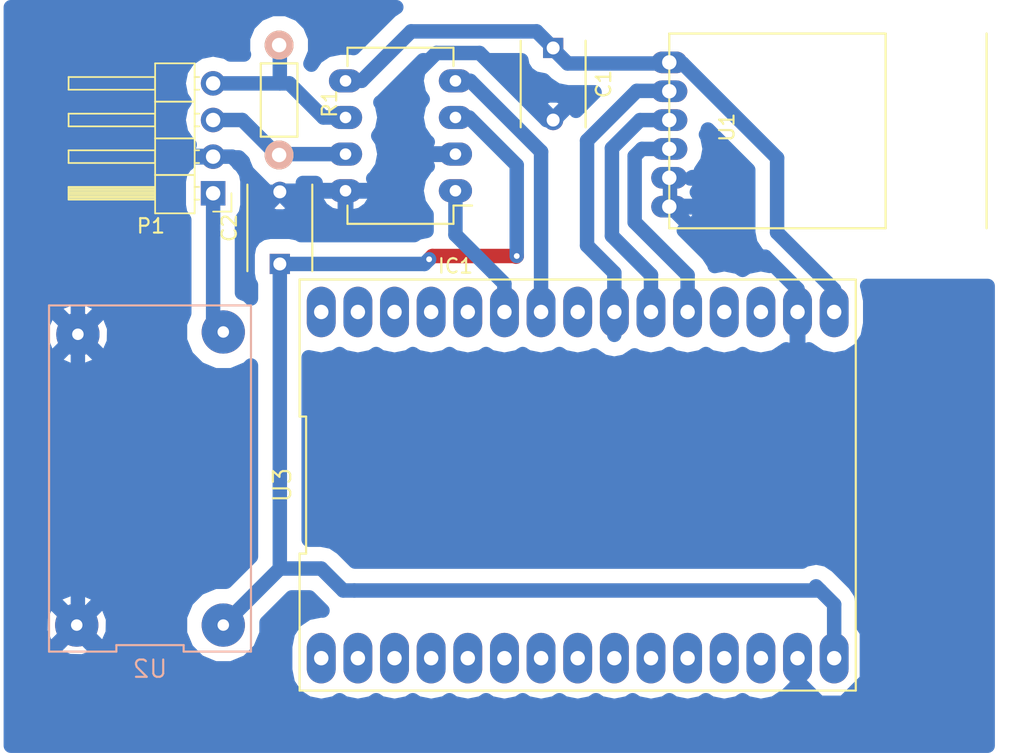
<source format=kicad_pcb>
(kicad_pcb (version 4) (host pcbnew 4.0.6)

  (general
    (links 26)
    (no_connects 0)
    (area 0 0 0 0)
    (thickness 1.6)
    (drawings 0)
    (tracks 116)
    (zones 0)
    (modules 8)
    (nets 12)
  )

  (page A4)
  (layers
    (0 F.Cu signal)
    (31 B.Cu signal)
    (32 B.Adhes user)
    (33 F.Adhes user)
    (34 B.Paste user)
    (35 F.Paste user)
    (36 B.SilkS user)
    (37 F.SilkS user)
    (38 B.Mask user)
    (39 F.Mask user)
    (40 Dwgs.User user)
    (41 Cmts.User user)
    (42 Eco1.User user)
    (43 Eco2.User user)
    (44 Edge.Cuts user)
    (45 Margin user)
    (46 B.CrtYd user)
    (47 F.CrtYd user)
    (48 B.Fab user)
    (49 F.Fab user)
  )

  (setup
    (last_trace_width 1)
    (trace_clearance 0.2)
    (zone_clearance 1)
    (zone_45_only yes)
    (trace_min 0.2)
    (segment_width 0.2)
    (edge_width 0.15)
    (via_size 0.6)
    (via_drill 0.4)
    (via_min_size 0.4)
    (via_min_drill 0.3)
    (uvia_size 0.3)
    (uvia_drill 0.1)
    (uvias_allowed no)
    (uvia_min_size 0.2)
    (uvia_min_drill 0.1)
    (pcb_text_width 0.3)
    (pcb_text_size 1.5 1.5)
    (mod_edge_width 0.15)
    (mod_text_size 1 1)
    (mod_text_width 0.15)
    (pad_size 1.524 1.524)
    (pad_drill 0.762)
    (pad_to_mask_clearance 0.2)
    (aux_axis_origin 106.075 125.775)
    (visible_elements FFFFFF7F)
    (pcbplotparams
      (layerselection 0x00030_80000001)
      (usegerberextensions false)
      (excludeedgelayer true)
      (linewidth 0.100000)
      (plotframeref false)
      (viasonmask false)
      (mode 1)
      (useauxorigin false)
      (hpglpennumber 1)
      (hpglpenspeed 20)
      (hpglpendiameter 15)
      (hpglpenoverlay 2)
      (psnegative false)
      (psa4output false)
      (plotreference true)
      (plotvalue true)
      (plotinvisibletext false)
      (padsonsilk false)
      (subtractmaskfromsilk false)
      (outputformat 1)
      (mirror false)
      (drillshape 0)
      (scaleselection 1)
      (outputdirectory ""))
  )

  (net 0 "")
  (net 1 3v3)
  (net 2 GND)
  (net 3 5v)
  (net 4 CANTX)
  (net 5 CANRX)
  (net 6 RF_TX)
  (net 7 RF_RX)
  (net 8 RF_EN)
  (net 9 CANL)
  (net 10 CANH)
  (net 11 12v)

  (net_class Default "This is the default net class."
    (clearance 0.2)
    (trace_width 1)
    (via_dia 0.6)
    (via_drill 0.4)
    (uvia_dia 0.3)
    (uvia_drill 0.1)
    (add_net 12v)
    (add_net 3v3)
    (add_net 5v)
    (add_net CANH)
    (add_net CANL)
    (add_net CANRX)
    (add_net CANTX)
    (add_net GND)
    (add_net RF_EN)
    (add_net RF_RX)
    (add_net RF_TX)
  )

  (module Capacitors_ThroughHole:C_Disc_D6_P5 (layer F.Cu) (tedit 0) (tstamp 5FEC5CC6)
    (at 146.8 74.7 270)
    (descr "Capacitor 6mm Disc, Pitch 5mm")
    (tags Capacitor)
    (path /5FEC5E42)
    (fp_text reference C1 (at 2.5 -3.5 270) (layer F.SilkS)
      (effects (font (size 1 1) (thickness 0.15)))
    )
    (fp_text value 100nF (at 2.5 3.5 270) (layer F.Fab)
      (effects (font (size 1 1) (thickness 0.15)))
    )
    (fp_line (start -0.95 -2.5) (end 5.95 -2.5) (layer F.CrtYd) (width 0.05))
    (fp_line (start 5.95 -2.5) (end 5.95 2.5) (layer F.CrtYd) (width 0.05))
    (fp_line (start 5.95 2.5) (end -0.95 2.5) (layer F.CrtYd) (width 0.05))
    (fp_line (start -0.95 2.5) (end -0.95 -2.5) (layer F.CrtYd) (width 0.05))
    (fp_line (start -0.5 -2.25) (end 5.5 -2.25) (layer F.SilkS) (width 0.15))
    (fp_line (start 5.5 2.25) (end -0.5 2.25) (layer F.SilkS) (width 0.15))
    (pad 1 thru_hole rect (at 0 0 270) (size 1.4 1.4) (drill 0.9) (layers *.Cu *.Mask)
      (net 1 3v3))
    (pad 2 thru_hole circle (at 5 0 270) (size 1.4 1.4) (drill 0.9) (layers *.Cu *.Mask)
      (net 2 GND))
    (model Capacitors_ThroughHole.3dshapes/C_Disc_D6_P5.wrl
      (at (xyz 0.0984252 0 0))
      (scale (xyz 1 1 1))
      (rotate (xyz 0 0 0))
    )
  )

  (module Capacitors_ThroughHole:C_Disc_D6_P5 (layer F.Cu) (tedit 0) (tstamp 5FEC5CCC)
    (at 127.85 89.675 90)
    (descr "Capacitor 6mm Disc, Pitch 5mm")
    (tags Capacitor)
    (path /5FEC5F95)
    (fp_text reference C2 (at 2.5 -3.5 90) (layer F.SilkS)
      (effects (font (size 1 1) (thickness 0.15)))
    )
    (fp_text value 100nF (at 2.5 3.5 90) (layer F.Fab)
      (effects (font (size 1 1) (thickness 0.15)))
    )
    (fp_line (start -0.95 -2.5) (end 5.95 -2.5) (layer F.CrtYd) (width 0.05))
    (fp_line (start 5.95 -2.5) (end 5.95 2.5) (layer F.CrtYd) (width 0.05))
    (fp_line (start 5.95 2.5) (end -0.95 2.5) (layer F.CrtYd) (width 0.05))
    (fp_line (start -0.95 2.5) (end -0.95 -2.5) (layer F.CrtYd) (width 0.05))
    (fp_line (start -0.5 -2.25) (end 5.5 -2.25) (layer F.SilkS) (width 0.15))
    (fp_line (start 5.5 2.25) (end -0.5 2.25) (layer F.SilkS) (width 0.15))
    (pad 1 thru_hole rect (at 0 0 90) (size 1.4 1.4) (drill 0.9) (layers *.Cu *.Mask)
      (net 3 5v))
    (pad 2 thru_hole circle (at 5 0 90) (size 1.4 1.4) (drill 0.9) (layers *.Cu *.Mask)
      (net 2 GND))
    (model Capacitors_ThroughHole.3dshapes/C_Disc_D6_P5.wrl
      (at (xyz 0.0984252 0 0))
      (scale (xyz 1 1 1))
      (rotate (xyz 0 0 0))
    )
  )

  (module Housings_DIP:DIP-8_W7.62mm_LongPads (layer F.Cu) (tedit 54130A77) (tstamp 5FEC5CD8)
    (at 140.025 84.6 180)
    (descr "8-lead dip package, row spacing 7.62 mm (300 mils), longer pads")
    (tags "dil dip 2.54 300")
    (path /5FEC5253)
    (fp_text reference IC1 (at 0 -5.22 180) (layer F.SilkS)
      (effects (font (size 1 1) (thickness 0.15)))
    )
    (fp_text value MCP2562FD (at 0 -3.72 180) (layer F.Fab)
      (effects (font (size 1 1) (thickness 0.15)))
    )
    (fp_line (start -1.4 -2.45) (end -1.4 10.1) (layer F.CrtYd) (width 0.05))
    (fp_line (start 9 -2.45) (end 9 10.1) (layer F.CrtYd) (width 0.05))
    (fp_line (start -1.4 -2.45) (end 9 -2.45) (layer F.CrtYd) (width 0.05))
    (fp_line (start -1.4 10.1) (end 9 10.1) (layer F.CrtYd) (width 0.05))
    (fp_line (start 0.135 -2.295) (end 0.135 -1.025) (layer F.SilkS) (width 0.15))
    (fp_line (start 7.485 -2.295) (end 7.485 -1.025) (layer F.SilkS) (width 0.15))
    (fp_line (start 7.485 9.915) (end 7.485 8.645) (layer F.SilkS) (width 0.15))
    (fp_line (start 0.135 9.915) (end 0.135 8.645) (layer F.SilkS) (width 0.15))
    (fp_line (start 0.135 -2.295) (end 7.485 -2.295) (layer F.SilkS) (width 0.15))
    (fp_line (start 0.135 9.915) (end 7.485 9.915) (layer F.SilkS) (width 0.15))
    (fp_line (start 0.135 -1.025) (end -1.15 -1.025) (layer F.SilkS) (width 0.15))
    (pad 1 thru_hole oval (at 0 0 180) (size 2.3 1.6) (drill 0.8) (layers *.Cu *.Mask)
      (net 4 CANTX))
    (pad 2 thru_hole oval (at 0 2.54 180) (size 2.3 1.6) (drill 0.8) (layers *.Cu *.Mask)
      (net 2 GND))
    (pad 3 thru_hole oval (at 0 5.08 180) (size 2.3 1.6) (drill 0.8) (layers *.Cu *.Mask)
      (net 3 5v))
    (pad 4 thru_hole oval (at 0 7.62 180) (size 2.3 1.6) (drill 0.8) (layers *.Cu *.Mask)
      (net 5 CANRX))
    (pad 5 thru_hole oval (at 7.62 7.62 180) (size 2.3 1.6) (drill 0.8) (layers *.Cu *.Mask)
      (net 1 3v3))
    (pad 6 thru_hole oval (at 7.62 5.08 180) (size 2.3 1.6) (drill 0.8) (layers *.Cu *.Mask)
      (net 9 CANL))
    (pad 7 thru_hole oval (at 7.62 2.54 180) (size 2.3 1.6) (drill 0.8) (layers *.Cu *.Mask)
      (net 10 CANH))
    (pad 8 thru_hole oval (at 7.62 0 180) (size 2.3 1.6) (drill 0.8) (layers *.Cu *.Mask)
      (net 2 GND))
    (model Housings_DIP.3dshapes/DIP-8_W7.62mm_LongPads.wrl
      (at (xyz 0 0 0))
      (scale (xyz 1 1 1))
      (rotate (xyz 0 0 0))
    )
  )

  (module Resistors_ThroughHole:Resistor_Horizontal_RM7mm (layer F.Cu) (tedit 569FCF07) (tstamp 5FEC5CEE)
    (at 127.8 74.5 270)
    (descr "Resistor, Axial,  RM 7.62mm, 1/3W,")
    (tags "Resistor Axial RM 7.62mm 1/3W R3")
    (path /5FEC61B7)
    (fp_text reference R1 (at 4.05892 -3.50012 270) (layer F.SilkS)
      (effects (font (size 1 1) (thickness 0.15)))
    )
    (fp_text value 120R (at 3.81 3.81 270) (layer F.Fab)
      (effects (font (size 1 1) (thickness 0.15)))
    )
    (fp_line (start -1.25 -1.5) (end 8.85 -1.5) (layer F.CrtYd) (width 0.05))
    (fp_line (start -1.25 1.5) (end -1.25 -1.5) (layer F.CrtYd) (width 0.05))
    (fp_line (start 8.85 -1.5) (end 8.85 1.5) (layer F.CrtYd) (width 0.05))
    (fp_line (start -1.25 1.5) (end 8.85 1.5) (layer F.CrtYd) (width 0.05))
    (fp_line (start 1.27 -1.27) (end 6.35 -1.27) (layer F.SilkS) (width 0.15))
    (fp_line (start 6.35 -1.27) (end 6.35 1.27) (layer F.SilkS) (width 0.15))
    (fp_line (start 6.35 1.27) (end 1.27 1.27) (layer F.SilkS) (width 0.15))
    (fp_line (start 1.27 1.27) (end 1.27 -1.27) (layer F.SilkS) (width 0.15))
    (pad 1 thru_hole circle (at 0 0 270) (size 1.99898 1.99898) (drill 1.00076) (layers *.Cu *.SilkS *.Mask)
      (net 9 CANL))
    (pad 2 thru_hole circle (at 7.62 0 270) (size 1.99898 1.99898) (drill 1.00076) (layers *.Cu *.SilkS *.Mask)
      (net 10 CANH))
  )

  (module Housings_DIP:DIP-30_1_ELL (layer F.Cu) (tedit 0) (tstamp 5FEC5D25)
    (at 148.5011 105.0036)
    (path /5FEC51EF)
    (fp_text reference U3 (at -20.48 0 90) (layer F.SilkS)
      (effects (font (size 1.2 1.2) (thickness 0.15)))
    )
    (fp_text value ESP32Dev (at 0 0) (layer F.Fab)
      (effects (font (size 1.2 1.2) (thickness 0.15)))
    )
    (fp_line (start -19.28 14.249999) (end 19.28 14.25) (layer F.SilkS) (width 0.15))
    (fp_line (start 19.28 14.25) (end 19.28 -14.249999) (layer F.SilkS) (width 0.15))
    (fp_line (start 19.28 -14.249999) (end -19.28 -14.25) (layer F.SilkS) (width 0.15))
    (fp_line (start -19.28 -14.25) (end -19.28 -4.75) (layer F.SilkS) (width 0.15))
    (fp_line (start -19.28 -4.75) (end -18.83 -4.75) (layer F.SilkS) (width 0.15))
    (fp_line (start -18.83 -4.75) (end -18.83 4.749999) (layer F.SilkS) (width 0.15))
    (fp_line (start -18.83 4.749999) (end -19.28 4.749999) (layer F.SilkS) (width 0.15))
    (fp_line (start -19.28 4.749999) (end -19.28 14.249999) (layer F.SilkS) (width 0.15))
    (pad 30 thru_hole oval (at -17.78 -12) (size 2 3.5) (drill 1) (layers *.Cu *.Mask))
    (pad 1 thru_hole oval (at -17.78 12) (size 2 3.5) (drill 1) (layers *.Cu *.Mask))
    (pad 29 thru_hole oval (at -15.24 -12) (size 2 3.5) (drill 1) (layers *.Cu *.Mask))
    (pad 2 thru_hole oval (at -15.24 12) (size 2 3.5) (drill 1) (layers *.Cu *.Mask))
    (pad 28 thru_hole oval (at -12.7 -12) (size 2 3.5) (drill 1) (layers *.Cu *.Mask))
    (pad 3 thru_hole oval (at -12.7 12) (size 2 3.5) (drill 1) (layers *.Cu *.Mask))
    (pad 27 thru_hole oval (at -10.16 -12) (size 2 3.5) (drill 1) (layers *.Cu *.Mask))
    (pad 4 thru_hole oval (at -10.16 12) (size 2 3.5) (drill 1) (layers *.Cu *.Mask))
    (pad 26 thru_hole oval (at -7.62 -12) (size 2 3.5) (drill 1) (layers *.Cu *.Mask))
    (pad 5 thru_hole oval (at -7.62 12) (size 2 3.5) (drill 1) (layers *.Cu *.Mask))
    (pad 25 thru_hole oval (at -5.08 -12) (size 2 3.5) (drill 1) (layers *.Cu *.Mask)
      (net 4 CANTX))
    (pad 6 thru_hole oval (at -5.08 12) (size 2 3.5) (drill 1) (layers *.Cu *.Mask))
    (pad 24 thru_hole oval (at -2.54 -12) (size 2 3.5) (drill 1) (layers *.Cu *.Mask)
      (net 5 CANRX))
    (pad 7 thru_hole oval (at -2.54 12) (size 2 3.5) (drill 1) (layers *.Cu *.Mask))
    (pad 23 thru_hole oval (at 0 -12) (size 2 3.5) (drill 1) (layers *.Cu *.Mask))
    (pad 8 thru_hole oval (at 0 12) (size 2 3.5) (drill 1) (layers *.Cu *.Mask))
    (pad 22 thru_hole oval (at 2.54 -12) (size 2 3.5) (drill 1) (layers *.Cu *.Mask)
      (net 6 RF_TX))
    (pad 9 thru_hole oval (at 2.54 12) (size 2 3.5) (drill 1) (layers *.Cu *.Mask))
    (pad 21 thru_hole oval (at 5.08 -12) (size 2 3.5) (drill 1) (layers *.Cu *.Mask)
      (net 7 RF_RX))
    (pad 10 thru_hole oval (at 5.08 12) (size 2 3.5) (drill 1) (layers *.Cu *.Mask))
    (pad 20 thru_hole oval (at 7.62 -12) (size 2 3.5) (drill 1) (layers *.Cu *.Mask)
      (net 8 RF_EN))
    (pad 11 thru_hole oval (at 7.62 12) (size 2 3.5) (drill 1) (layers *.Cu *.Mask))
    (pad 19 thru_hole oval (at 10.16 -12) (size 2 3.5) (drill 1) (layers *.Cu *.Mask))
    (pad 12 thru_hole oval (at 10.16 12) (size 2 3.5) (drill 1) (layers *.Cu *.Mask))
    (pad 18 thru_hole oval (at 12.7 -12) (size 2 3.5) (drill 1) (layers *.Cu *.Mask))
    (pad 13 thru_hole oval (at 12.7 12) (size 2 3.5) (drill 1) (layers *.Cu *.Mask))
    (pad 17 thru_hole oval (at 15.24 -12) (size 2 3.5) (drill 1) (layers *.Cu *.Mask)
      (net 2 GND))
    (pad 14 thru_hole oval (at 15.24 12) (size 2 3.5) (drill 1) (layers *.Cu *.Mask)
      (net 2 GND))
    (pad 16 thru_hole oval (at 17.78 -12) (size 2 3.5) (drill 1) (layers *.Cu *.Mask)
      (net 1 3v3))
    (pad 15 thru_hole oval (at 17.78 12) (size 2 3.5) (drill 1) (layers *.Cu *.Mask)
      (net 3 5v))
  )

  (module Pin_Headers:Pin_Header_Angled_1x04_Pitch2.54mm (layer F.Cu) (tedit 5862ED52) (tstamp 5FEC607F)
    (at 123.225 84.775 180)
    (descr "Through hole angled pin header, 1x04, 2.54mm pitch, 6mm pin length, single row")
    (tags "Through hole angled pin header THT 1x04 2.54mm single row")
    (path /5FEC7520)
    (fp_text reference P1 (at 4.315 -2.27 180) (layer F.SilkS)
      (effects (font (size 1 1) (thickness 0.15)))
    )
    (fp_text value CONN_4 (at 4.315 9.89 180) (layer F.Fab)
      (effects (font (size 1 1) (thickness 0.15)))
    )
    (fp_line (start 1.4 -1.27) (end 1.4 1.27) (layer F.Fab) (width 0.1))
    (fp_line (start 1.4 1.27) (end 3.9 1.27) (layer F.Fab) (width 0.1))
    (fp_line (start 3.9 1.27) (end 3.9 -1.27) (layer F.Fab) (width 0.1))
    (fp_line (start 3.9 -1.27) (end 1.4 -1.27) (layer F.Fab) (width 0.1))
    (fp_line (start 0 -0.32) (end 0 0.32) (layer F.Fab) (width 0.1))
    (fp_line (start 0 0.32) (end 9.9 0.32) (layer F.Fab) (width 0.1))
    (fp_line (start 9.9 0.32) (end 9.9 -0.32) (layer F.Fab) (width 0.1))
    (fp_line (start 9.9 -0.32) (end 0 -0.32) (layer F.Fab) (width 0.1))
    (fp_line (start 1.4 1.27) (end 1.4 3.81) (layer F.Fab) (width 0.1))
    (fp_line (start 1.4 3.81) (end 3.9 3.81) (layer F.Fab) (width 0.1))
    (fp_line (start 3.9 3.81) (end 3.9 1.27) (layer F.Fab) (width 0.1))
    (fp_line (start 3.9 1.27) (end 1.4 1.27) (layer F.Fab) (width 0.1))
    (fp_line (start 0 2.22) (end 0 2.86) (layer F.Fab) (width 0.1))
    (fp_line (start 0 2.86) (end 9.9 2.86) (layer F.Fab) (width 0.1))
    (fp_line (start 9.9 2.86) (end 9.9 2.22) (layer F.Fab) (width 0.1))
    (fp_line (start 9.9 2.22) (end 0 2.22) (layer F.Fab) (width 0.1))
    (fp_line (start 1.4 3.81) (end 1.4 6.35) (layer F.Fab) (width 0.1))
    (fp_line (start 1.4 6.35) (end 3.9 6.35) (layer F.Fab) (width 0.1))
    (fp_line (start 3.9 6.35) (end 3.9 3.81) (layer F.Fab) (width 0.1))
    (fp_line (start 3.9 3.81) (end 1.4 3.81) (layer F.Fab) (width 0.1))
    (fp_line (start 0 4.76) (end 0 5.4) (layer F.Fab) (width 0.1))
    (fp_line (start 0 5.4) (end 9.9 5.4) (layer F.Fab) (width 0.1))
    (fp_line (start 9.9 5.4) (end 9.9 4.76) (layer F.Fab) (width 0.1))
    (fp_line (start 9.9 4.76) (end 0 4.76) (layer F.Fab) (width 0.1))
    (fp_line (start 1.4 6.35) (end 1.4 8.89) (layer F.Fab) (width 0.1))
    (fp_line (start 1.4 8.89) (end 3.9 8.89) (layer F.Fab) (width 0.1))
    (fp_line (start 3.9 8.89) (end 3.9 6.35) (layer F.Fab) (width 0.1))
    (fp_line (start 3.9 6.35) (end 1.4 6.35) (layer F.Fab) (width 0.1))
    (fp_line (start 0 7.3) (end 0 7.94) (layer F.Fab) (width 0.1))
    (fp_line (start 0 7.94) (end 9.9 7.94) (layer F.Fab) (width 0.1))
    (fp_line (start 9.9 7.94) (end 9.9 7.3) (layer F.Fab) (width 0.1))
    (fp_line (start 9.9 7.3) (end 0 7.3) (layer F.Fab) (width 0.1))
    (fp_line (start 1.28 -1.39) (end 1.28 1.27) (layer F.SilkS) (width 0.12))
    (fp_line (start 1.28 1.27) (end 4.02 1.27) (layer F.SilkS) (width 0.12))
    (fp_line (start 4.02 1.27) (end 4.02 -1.39) (layer F.SilkS) (width 0.12))
    (fp_line (start 4.02 -1.39) (end 1.28 -1.39) (layer F.SilkS) (width 0.12))
    (fp_line (start 4.02 -0.44) (end 4.02 0.44) (layer F.SilkS) (width 0.12))
    (fp_line (start 4.02 0.44) (end 10.02 0.44) (layer F.SilkS) (width 0.12))
    (fp_line (start 10.02 0.44) (end 10.02 -0.44) (layer F.SilkS) (width 0.12))
    (fp_line (start 10.02 -0.44) (end 4.02 -0.44) (layer F.SilkS) (width 0.12))
    (fp_line (start 0.97 -0.44) (end 1.28 -0.44) (layer F.SilkS) (width 0.12))
    (fp_line (start 0.97 0.44) (end 1.28 0.44) (layer F.SilkS) (width 0.12))
    (fp_line (start 4.02 -0.32) (end 10.02 -0.32) (layer F.SilkS) (width 0.12))
    (fp_line (start 4.02 -0.2) (end 10.02 -0.2) (layer F.SilkS) (width 0.12))
    (fp_line (start 4.02 -0.08) (end 10.02 -0.08) (layer F.SilkS) (width 0.12))
    (fp_line (start 4.02 0.04) (end 10.02 0.04) (layer F.SilkS) (width 0.12))
    (fp_line (start 4.02 0.16) (end 10.02 0.16) (layer F.SilkS) (width 0.12))
    (fp_line (start 4.02 0.28) (end 10.02 0.28) (layer F.SilkS) (width 0.12))
    (fp_line (start 4.02 0.4) (end 10.02 0.4) (layer F.SilkS) (width 0.12))
    (fp_line (start 1.28 1.27) (end 1.28 3.81) (layer F.SilkS) (width 0.12))
    (fp_line (start 1.28 3.81) (end 4.02 3.81) (layer F.SilkS) (width 0.12))
    (fp_line (start 4.02 3.81) (end 4.02 1.27) (layer F.SilkS) (width 0.12))
    (fp_line (start 4.02 1.27) (end 1.28 1.27) (layer F.SilkS) (width 0.12))
    (fp_line (start 4.02 2.1) (end 4.02 2.98) (layer F.SilkS) (width 0.12))
    (fp_line (start 4.02 2.98) (end 10.02 2.98) (layer F.SilkS) (width 0.12))
    (fp_line (start 10.02 2.98) (end 10.02 2.1) (layer F.SilkS) (width 0.12))
    (fp_line (start 10.02 2.1) (end 4.02 2.1) (layer F.SilkS) (width 0.12))
    (fp_line (start 0.97 2.1) (end 1.28 2.1) (layer F.SilkS) (width 0.12))
    (fp_line (start 0.97 2.98) (end 1.28 2.98) (layer F.SilkS) (width 0.12))
    (fp_line (start 1.28 3.81) (end 1.28 6.35) (layer F.SilkS) (width 0.12))
    (fp_line (start 1.28 6.35) (end 4.02 6.35) (layer F.SilkS) (width 0.12))
    (fp_line (start 4.02 6.35) (end 4.02 3.81) (layer F.SilkS) (width 0.12))
    (fp_line (start 4.02 3.81) (end 1.28 3.81) (layer F.SilkS) (width 0.12))
    (fp_line (start 4.02 4.64) (end 4.02 5.52) (layer F.SilkS) (width 0.12))
    (fp_line (start 4.02 5.52) (end 10.02 5.52) (layer F.SilkS) (width 0.12))
    (fp_line (start 10.02 5.52) (end 10.02 4.64) (layer F.SilkS) (width 0.12))
    (fp_line (start 10.02 4.64) (end 4.02 4.64) (layer F.SilkS) (width 0.12))
    (fp_line (start 0.97 4.64) (end 1.28 4.64) (layer F.SilkS) (width 0.12))
    (fp_line (start 0.97 5.52) (end 1.28 5.52) (layer F.SilkS) (width 0.12))
    (fp_line (start 1.28 6.35) (end 1.28 9.01) (layer F.SilkS) (width 0.12))
    (fp_line (start 1.28 9.01) (end 4.02 9.01) (layer F.SilkS) (width 0.12))
    (fp_line (start 4.02 9.01) (end 4.02 6.35) (layer F.SilkS) (width 0.12))
    (fp_line (start 4.02 6.35) (end 1.28 6.35) (layer F.SilkS) (width 0.12))
    (fp_line (start 4.02 7.18) (end 4.02 8.06) (layer F.SilkS) (width 0.12))
    (fp_line (start 4.02 8.06) (end 10.02 8.06) (layer F.SilkS) (width 0.12))
    (fp_line (start 10.02 8.06) (end 10.02 7.18) (layer F.SilkS) (width 0.12))
    (fp_line (start 10.02 7.18) (end 4.02 7.18) (layer F.SilkS) (width 0.12))
    (fp_line (start 0.97 7.18) (end 1.28 7.18) (layer F.SilkS) (width 0.12))
    (fp_line (start 0.97 8.06) (end 1.28 8.06) (layer F.SilkS) (width 0.12))
    (fp_line (start -1.27 0) (end -1.27 -1.27) (layer F.SilkS) (width 0.12))
    (fp_line (start -1.27 -1.27) (end 0 -1.27) (layer F.SilkS) (width 0.12))
    (fp_line (start -1.6 -1.6) (end -1.6 9.2) (layer F.CrtYd) (width 0.05))
    (fp_line (start -1.6 9.2) (end 10.2 9.2) (layer F.CrtYd) (width 0.05))
    (fp_line (start 10.2 9.2) (end 10.2 -1.6) (layer F.CrtYd) (width 0.05))
    (fp_line (start 10.2 -1.6) (end -1.6 -1.6) (layer F.CrtYd) (width 0.05))
    (pad 1 thru_hole rect (at 0 0 180) (size 1.7 1.7) (drill 1) (layers *.Cu *.Mask)
      (net 11 12v))
    (pad 2 thru_hole oval (at 0 2.54 180) (size 1.7 1.7) (drill 1) (layers *.Cu *.Mask)
      (net 2 GND))
    (pad 3 thru_hole oval (at 0 5.08 180) (size 1.7 1.7) (drill 1) (layers *.Cu *.Mask)
      (net 10 CANH))
    (pad 4 thru_hole oval (at 0 7.62 180) (size 1.7 1.7) (drill 1) (layers *.Cu *.Mask)
      (net 9 CANL))
    (model Pin_Headers.3dshapes/Pin_Header_Angled_1x04_Pitch2.54mm.wrl
      (at (xyz 0 -0.15 0))
      (scale (xyz 1 1 1))
      (rotate (xyz 0 0 90))
    )
  )

  (module Divers:JDY-40-TH (layer F.Cu) (tedit 5FEDDA05) (tstamp 5FEDE0C3)
    (at 154.85 73.7 270)
    (path /5FEC5227)
    (fp_text reference U1 (at 6.5 -4 270) (layer F.SilkS)
      (effects (font (size 1 1) (thickness 0.15)))
    )
    (fp_text value JDY40 (at 7 -7 270) (layer F.Fab)
      (effects (font (size 1 1) (thickness 0.15)))
    )
    (fp_line (start 0 0) (end 0 -15) (layer F.SilkS) (width 0.15))
    (fp_line (start 0 -15) (end 13.5 -15) (layer F.SilkS) (width 0.15))
    (fp_line (start 13.5 -15) (end 13.5 0) (layer F.SilkS) (width 0.15))
    (fp_line (start 13.5 0) (end 0 0) (layer F.SilkS) (width 0.15))
    (fp_line (start 0 -22) (end 13.5 -22) (layer F.SilkS) (width 0.15))
    (pad 9 thru_hole oval (at 2 0 270) (size 1.5 2.5) (drill 1) (layers *.Cu *.Mask)
      (net 1 3v3))
    (pad 10 thru_hole oval (at 4 0 270) (size 1.5 2.5) (drill 1) (layers *.Cu *.Mask)
      (net 6 RF_TX))
    (pad 11 thru_hole oval (at 6 0 270) (size 1.5 2.5) (drill 1) (layers *.Cu *.Mask)
      (net 7 RF_RX))
    (pad 12 thru_hole oval (at 8 0 270) (size 1.5 2.5) (drill 1) (layers *.Cu *.Mask)
      (net 8 RF_EN))
    (pad 13 thru_hole oval (at 10 0 270) (size 1.5 2.5) (drill 1) (layers *.Cu *.Mask)
      (net 2 GND))
    (pad 14 thru_hole oval (at 12 0 270) (size 1.5 2.5) (drill 1) (layers *.Cu *.Mask)
      (net 2 GND))
  )

  (module Divers:DC-DC-Converter (layer B.Cu) (tedit 5FEDDE7F) (tstamp 5FEC6086)
    (at 118.85 104.55 90)
    (path /5FEC6F01)
    (fp_text reference U2 (at -13.2 0 360) (layer B.SilkS)
      (effects (font (size 1.2 1.2) (thickness 0.15)) (justify mirror))
    )
    (fp_text value DCDCConverter (at 0 0 90) (layer B.Fab)
      (effects (font (size 1.2 1.2) (thickness 0.15)) (justify mirror))
    )
    (fp_line (start -12 -6.999999) (end 12 -7) (layer B.SilkS) (width 0.15))
    (fp_line (start 12 -7) (end 12 6.999999) (layer B.SilkS) (width 0.15))
    (fp_line (start 12 6.999999) (end -12 7) (layer B.SilkS) (width 0.15))
    (fp_line (start -12 7) (end -12 2.333333) (layer B.SilkS) (width 0.15))
    (fp_line (start -12 2.333333) (end -11.55 2.333333) (layer B.SilkS) (width 0.15))
    (fp_line (start -11.55 2.333333) (end -11.55 -2.333333) (layer B.SilkS) (width 0.15))
    (fp_line (start -11.55 -2.333333) (end -12 -2.333333) (layer B.SilkS) (width 0.15))
    (fp_line (start -12 -2.333333) (end -12 -6.999999) (layer B.SilkS) (width 0.15))
    (pad 4 thru_hole circle (at -10.16 5.08 90) (size 3 3) (drill 0.8) (layers *.Cu *.Mask)
      (net 3 5v))
    (pad 1 thru_hole circle (at 10.16 5.08 90) (size 3 3) (drill 0.8) (layers *.Cu *.Mask)
      (net 11 12v))
    (pad 3 thru_hole circle (at -10.16 -5.08 90) (size 3 3) (drill 0.8) (layers *.Cu *.Mask)
      (net 2 GND))
    (pad 2 thru_hole circle (at 10 -5 90) (size 3 3) (drill 0.8) (layers *.Cu *.Mask)
      (net 2 GND))
  )

  (segment (start 154.675 75.775) (end 147.8 75.775) (width 1) (layer B.Cu) (net 1))
  (segment (start 155.775 75.775) (end 154.675 75.775) (width 1) (layer B.Cu) (net 1) (tstamp 5FEC6E0B))
  (segment (start 162.325 82.325) (end 155.775 75.775) (width 1) (layer B.Cu) (net 1) (tstamp 5FEC6E07))
  (segment (start 162.325 87.5) (end 162.325 82.325) (width 1) (layer B.Cu) (net 1) (tstamp 5FEC6E05))
  (segment (start 166.2811 91.4561) (end 162.325 87.5) (width 1) (layer B.Cu) (net 1) (tstamp 5FEC6E02))
  (segment (start 147.8 75.775) (end 146.8 74.775) (width 1) (layer B.Cu) (net 1) (tstamp 5FEC6E0E))
  (segment (start 146.8 74.775) (end 146.8 74.7) (width 1) (layer B.Cu) (net 1) (tstamp 5FEC6E0F))
  (segment (start 166.2811 93.0036) (end 166.2811 91.4561) (width 1) (layer B.Cu) (net 1))
  (segment (start 132.405 76.98) (end 133.52 76.98) (width 1) (layer B.Cu) (net 1))
  (segment (start 133.52 76.98) (end 136.95 73.55) (width 1) (layer B.Cu) (net 1) (tstamp 5FEC6D20))
  (segment (start 136.95 73.55) (end 145.65 73.55) (width 1) (layer B.Cu) (net 1) (tstamp 5FEC6D22))
  (segment (start 145.65 73.55) (end 146.8 74.7) (width 1) (layer B.Cu) (net 1) (tstamp 5FEC6D24))
  (segment (start 113.77 114.71) (end 113.77 115.07) (width 1) (layer B.Cu) (net 2) (status C00000))
  (segment (start 113.77 115.07) (end 119.225 120.525) (width 1) (layer B.Cu) (net 2) (tstamp 5FEDE20B) (status 400000))
  (segment (start 162.05 120.525) (end 129.375 120.525) (width 1) (layer B.Cu) (net 2) (tstamp 5FEC66D4))
  (segment (start 163.7411 118.8339) (end 162.05 120.525) (width 1) (layer B.Cu) (net 2) (tstamp 5FEC66D1))
  (segment (start 163.7411 117.0036) (end 163.7411 118.8339) (width 1) (layer B.Cu) (net 2) (status 10))
  (segment (start 119.225 120.525) (end 129.375 120.525) (width 1) (layer B.Cu) (net 2) (tstamp 5FEDE20C))
  (segment (start 113.85 94.55) (end 113.85 114.63) (width 1) (layer B.Cu) (net 2) (status C00000))
  (segment (start 113.85 114.63) (end 113.77 114.71) (width 1) (layer B.Cu) (net 2) (tstamp 5FEDE208) (status C00000))
  (segment (start 123.225 82.235) (end 120.84 82.235) (width 1) (layer B.Cu) (net 2) (status 400000))
  (segment (start 113.85 89.225) (end 113.85 94.55) (width 1) (layer B.Cu) (net 2) (tstamp 5FEDE204) (status 800000))
  (segment (start 120.84 82.235) (end 113.85 89.225) (width 1) (layer B.Cu) (net 2) (tstamp 5FEDE203))
  (segment (start 127.85 84.675) (end 126.975 84.675) (width 1) (layer B.Cu) (net 2) (status 400000))
  (segment (start 124.535 82.235) (end 123.225 82.235) (width 1) (layer B.Cu) (net 2) (tstamp 5FEDE1FC) (status 800000))
  (segment (start 126.975 84.675) (end 124.535 82.235) (width 1) (layer B.Cu) (net 2) (tstamp 5FEDE1FB))
  (segment (start 154.9 85.675) (end 154.9 83.825) (width 1) (layer B.Cu) (net 2))
  (segment (start 161.5 89.175) (end 158.4 89.175) (width 1) (layer B.Cu) (net 2) (tstamp 5FEC6DF1))
  (segment (start 158.4 89.175) (end 154.9 85.675) (width 1) (layer B.Cu) (net 2) (tstamp 5FEC6DF3))
  (segment (start 163.7411 91.4161) (end 161.5 89.175) (width 1) (layer B.Cu) (net 2) (tstamp 5FEC6DEF))
  (segment (start 154.85 83.775) (end 154.85 83.65) (width 1) (layer B.Cu) (net 2) (tstamp 5FEC6DF7))
  (segment (start 154.9 83.825) (end 154.85 83.775) (width 1) (layer B.Cu) (net 2) (tstamp 5FEC6DF6))
  (segment (start 163.7411 93.0036) (end 163.7411 91.4161) (width 1) (layer B.Cu) (net 2))
  (segment (start 132.405 84.6) (end 127.925 84.6) (width 1) (layer B.Cu) (net 2))
  (segment (start 127.925 84.6) (end 127.85 84.675) (width 1) (layer B.Cu) (net 2) (tstamp 5FEC6D82))
  (segment (start 137.9625 81.6875) (end 137.3125 81.6875) (width 1) (layer B.Cu) (net 2))
  (segment (start 134.4 84.6) (end 132.405 84.6) (width 1) (layer B.Cu) (net 2) (tstamp 5FEC6D0C))
  (segment (start 137.3125 81.6875) (end 134.4 84.6) (width 1) (layer B.Cu) (net 2) (tstamp 5FEC6D0B))
  (segment (start 146.8 79.7) (end 146.35 79.7) (width 1) (layer B.Cu) (net 2))
  (segment (start 146.35 79.7) (end 141.7 75.05) (width 1) (layer B.Cu) (net 2) (tstamp 5FEC6CFA))
  (segment (start 141.7 75.05) (end 138.7 75.05) (width 1) (layer B.Cu) (net 2) (tstamp 5FEC6CFD))
  (segment (start 138.7 75.05) (end 137.175 76.575) (width 1) (layer B.Cu) (net 2) (tstamp 5FEC6CFF))
  (segment (start 137.175 76.575) (end 137.175 80.9) (width 1) (layer B.Cu) (net 2) (tstamp 5FEC6D01))
  (segment (start 137.175 80.9) (end 137.9625 81.6875) (width 1) (layer B.Cu) (net 2) (tstamp 5FEC6D03))
  (segment (start 137.9625 81.6875) (end 138.335 82.06) (width 1) (layer B.Cu) (net 2) (tstamp 5FEC6D09))
  (segment (start 138.335 82.06) (end 140.025 82.06) (width 1) (layer B.Cu) (net 2) (tstamp 5FEC6D06))
  (segment (start 163.7411 117.0036) (end 163.7411 118.5911) (width 1) (layer B.Cu) (net 2) (status 30))
  (segment (start 163.7411 118.5911) (end 165.25 120.1) (width 1) (layer B.Cu) (net 2) (tstamp 5FEC671E) (status 10))
  (segment (start 163.7411 96.8911) (end 163.7411 93.0036) (width 1) (layer B.Cu) (net 2) (tstamp 5FEC672A) (status 20))
  (segment (start 168.55 101.7) (end 163.7411 96.8911) (width 1) (layer B.Cu) (net 2) (tstamp 5FEC6727))
  (segment (start 168.55 118.5) (end 168.55 101.7) (width 1) (layer B.Cu) (net 2) (tstamp 5FEC6724))
  (segment (start 166.95 120.1) (end 168.55 118.5) (width 1) (layer B.Cu) (net 2) (tstamp 5FEC6722))
  (segment (start 165.25 120.1) (end 166.95 120.1) (width 1) (layer B.Cu) (net 2) (tstamp 5FEC6720))
  (segment (start 163.7411 93.0036) (end 163.7411 94.4661) (width 1) (layer B.Cu) (net 2) (status 30))
  (segment (start 123.34 82.12) (end 123.225 82.235) (width 1) (layer B.Cu) (net 2) (tstamp 5FEC6D15))
  (segment (start 127.85 110.79) (end 130.72 110.79) (width 1) (layer B.Cu) (net 3))
  (segment (start 133.0125 112.3125) (end 132.2425 112.3125) (width 1) (layer B.Cu) (net 3) (tstamp 5FEDE19E))
  (segment (start 133.0125 112.3125) (end 165.3125 112.3125) (width 1) (layer B.Cu) (net 3))
  (segment (start 130.72 110.79) (end 132.2425 112.3125) (width 1) (layer B.Cu) (net 3) (tstamp 5FEDE213))
  (segment (start 127.85 89.675) (end 127.85 110.79) (width 1) (layer B.Cu) (net 3) (status 400000))
  (segment (start 127.85 110.79) (end 123.93 114.71) (width 1) (layer B.Cu) (net 3) (tstamp 5FEDE210) (status 800000))
  (segment (start 127.85 89.675) (end 137.875 89.675) (width 1) (layer B.Cu) (net 3))
  (segment (start 138.425 89.125) (end 144.275 89.125) (width 1) (layer F.Cu) (net 3) (tstamp 5FEC6D94))
  (segment (start 138.2 89.35) (end 138.425 89.125) (width 1) (layer F.Cu) (net 3) (tstamp 5FEC6D93))
  (via (at 138.2 89.35) (size 0.6) (drill 0.4) (layers F.Cu B.Cu) (net 3))
  (segment (start 137.875 89.675) (end 138.2 89.35) (width 1) (layer B.Cu) (net 3) (tstamp 5FEC6D8C))
  (segment (start 140.025 79.52) (end 140.97 79.52) (width 1) (layer B.Cu) (net 3))
  (segment (start 140.97 79.52) (end 144.275 82.825) (width 1) (layer B.Cu) (net 3) (tstamp 5FEC6D38))
  (via (at 144.275 89.125) (size 0.6) (drill 0.4) (layers F.Cu B.Cu) (net 3))
  (segment (start 144.275 82.825) (end 144.275 89.125) (width 1) (layer B.Cu) (net 3) (tstamp 5FEC6D3A))
  (segment (start 144.275 89.125) (end 144.225 89.175) (width 1) (layer F.Cu) (net 3) (tstamp 5FEC6D44))
  (segment (start 166.2811 113.2811) (end 166.2811 117.0036) (width 1) (layer B.Cu) (net 3) (tstamp 5FEC6632) (status 20))
  (segment (start 165.3125 112.3125) (end 166.2811 113.2811) (width 1) (layer B.Cu) (net 3) (tstamp 5FEDE16E))
  (segment (start 165.025 112.025) (end 165.3125 112.3125) (width 1) (layer B.Cu) (net 3) (tstamp 5FEC6631))
  (segment (start 143.4211 93.0036) (end 143.4211 91.0461) (width 1) (layer B.Cu) (net 4))
  (segment (start 140.025 87.65) (end 140.025 84.6) (width 1) (layer B.Cu) (net 4) (tstamp 5FEC6D9C))
  (segment (start 143.4211 91.0461) (end 140.025 87.65) (width 1) (layer B.Cu) (net 4) (tstamp 5FEC6D9B))
  (segment (start 143.4211 91.3961) (end 143.4211 93.0036) (width 1) (layer B.Cu) (net 4) (tstamp 5FEC6251) (status 30))
  (segment (start 145.9611 93.0036) (end 145.9611 81.8861) (width 1) (layer B.Cu) (net 5))
  (segment (start 145.9611 81.8861) (end 141.055 76.98) (width 1) (layer B.Cu) (net 5) (tstamp 5FEC6D31))
  (segment (start 141.055 76.98) (end 140.025 76.98) (width 1) (layer B.Cu) (net 5) (tstamp 5FEC6D33))
  (segment (start 145.9611 91.8111) (end 145.9611 93.0036) (width 1) (layer B.Cu) (net 5) (tstamp 5FEC6240) (status 30))
  (segment (start 151.0411 93.0036) (end 151.0411 90.2911) (width 1) (layer B.Cu) (net 6) (status 400000))
  (segment (start 152.6 77.675) (end 154.825 77.675) (width 1) (layer B.Cu) (net 6) (tstamp 5FEDE235) (status 800000))
  (segment (start 149.15 81.125) (end 152.6 77.675) (width 1) (layer B.Cu) (net 6) (tstamp 5FEDE234))
  (segment (start 149.15 88.4) (end 149.15 81.125) (width 1) (layer B.Cu) (net 6) (tstamp 5FEDE233))
  (segment (start 151.0411 90.2911) (end 149.15 88.4) (width 1) (layer B.Cu) (net 6) (tstamp 5FEDE232))
  (segment (start 154.825 77.675) (end 154.85 77.7) (width 1) (layer B.Cu) (net 6) (tstamp 5FEDE236) (status C00000))
  (segment (start 151.0411 93.0036) (end 151.0411 94.5911) (width 1) (layer B.Cu) (net 6) (status 30))
  (segment (start 153.5811 93.0036) (end 153.5811 90.4311) (width 1) (layer B.Cu) (net 7) (status 400000))
  (segment (start 152.825 79.7) (end 154.85 79.7) (width 1) (layer B.Cu) (net 7) (tstamp 5FEDE22F) (status 800000))
  (segment (start 150.875 81.65) (end 152.825 79.7) (width 1) (layer B.Cu) (net 7) (tstamp 5FEDE22E))
  (segment (start 150.875 87.725) (end 150.875 81.65) (width 1) (layer B.Cu) (net 7) (tstamp 5FEDE22D))
  (segment (start 153.5811 90.4311) (end 150.875 87.725) (width 1) (layer B.Cu) (net 7) (tstamp 5FEDE22C))
  (segment (start 156.1211 93.0036) (end 156.1211 90.4461) (width 1) (layer B.Cu) (net 8) (status 400000))
  (segment (start 152.95 81.7) (end 154.85 81.7) (width 1) (layer B.Cu) (net 8) (tstamp 5FEDE229) (status 800000))
  (segment (start 152.45 82.2) (end 152.95 81.7) (width 1) (layer B.Cu) (net 8) (tstamp 5FEDE228))
  (segment (start 152.45 86.775) (end 152.45 82.2) (width 1) (layer B.Cu) (net 8) (tstamp 5FEDE227))
  (segment (start 156.1211 90.4461) (end 152.45 86.775) (width 1) (layer B.Cu) (net 8) (tstamp 5FEDE226))
  (segment (start 127.85 77.155) (end 127.85 74.55) (width 1) (layer B.Cu) (net 9) (status 800000))
  (segment (start 127.85 74.55) (end 127.8 74.5) (width 1) (layer B.Cu) (net 9) (tstamp 5FEDE1F3) (status C00000))
  (segment (start 132.405 79.52) (end 130.87 79.52) (width 1) (layer B.Cu) (net 9) (status 400000))
  (segment (start 128.505 77.155) (end 127.85 77.155) (width 1) (layer B.Cu) (net 9) (tstamp 5FEDE1EE))
  (segment (start 127.85 77.155) (end 123.225 77.155) (width 1) (layer B.Cu) (net 9) (tstamp 5FEDE1F1) (status 800000))
  (segment (start 130.87 79.52) (end 128.505 77.155) (width 1) (layer B.Cu) (net 9) (tstamp 5FEDE1ED))
  (segment (start 127.85 74.55) (end 127.8 74.5) (width 1) (layer B.Cu) (net 9) (tstamp 5FEC6D1D))
  (segment (start 127.8 82.12) (end 127.67 82.12) (width 1) (layer B.Cu) (net 10) (status C00000))
  (segment (start 127.67 82.12) (end 125.245 79.695) (width 1) (layer B.Cu) (net 10) (tstamp 5FEDE1F6) (status 400000))
  (segment (start 125.245 79.695) (end 123.225 79.695) (width 1) (layer B.Cu) (net 10) (tstamp 5FEDE1F7) (status 800000))
  (segment (start 123.4 79.52) (end 123.225 79.695) (width 1) (layer B.Cu) (net 10) (tstamp 5FEC6D18))
  (segment (start 132.405 82.06) (end 127.86 82.06) (width 1) (layer B.Cu) (net 10))
  (segment (start 127.86 82.06) (end 127.8 82.12) (width 1) (layer B.Cu) (net 10) (tstamp 5FEC6D12))
  (segment (start 123.225 84.775) (end 123.225 93.685) (width 1) (layer B.Cu) (net 11) (status C00000))
  (segment (start 123.225 93.685) (end 123.93 94.39) (width 1) (layer B.Cu) (net 11) (tstamp 5FEDE1FF) (status C00000))
  (segment (start 123.325 84.675) (end 123.225 84.775) (width 1) (layer B.Cu) (net 11) (tstamp 5FEC6D85))
  (segment (start 123.4 84.6) (end 123.225 84.775) (width 1) (layer B.Cu) (net 11) (tstamp 5FEC6D0F))

  (zone (net 0) (net_name "") (layer B.Cu) (tstamp 5FEDE239) (hatch edge 0.508)
    (connect_pads (clearance 2))
    (min_thickness 2)
    (keepout (tracks not_allowed) (vias not_allowed) (copperpour not_allowed))
    (fill (arc_segments 16) (thermal_gap 0.508) (thermal_bridge_width 0.508))
    (polygon
      (pts
        (xy 163.775 73.15) (xy 177.525 73.15) (xy 179.45 90.7) (xy 166.95 90.7) (xy 163.675 86.95)
        (xy 163.675 73.2) (xy 163.775 73.2)
      )
    )
  )
  (zone (net 2) (net_name GND) (layer B.Cu) (tstamp 5FEDE23A) (hatch edge 0.508)
    (connect_pads (clearance 1))
    (min_thickness 1)
    (fill yes (arc_segments 16) (thermal_gap 0.508) (thermal_bridge_width 1.1) (smoothing fillet))
    (polygon
      (pts
        (xy 108.675 71.375) (xy 177.425 71.375) (xy 177.425 123.575) (xy 108.7 123.575) (xy 108.7 71.625)
        (xy 108.45 71.625)
      )
    )
    (filled_polygon
      (pts
        (xy 135.535786 72.135786) (xy 135.535784 72.135789) (xy 132.960936 74.710636) (xy 132.806917 74.68) (xy 132.003083 74.68)
        (xy 131.122911 74.855077) (xy 130.376737 75.353654) (xy 130.038416 75.859988) (xy 129.970071 75.791643) (xy 130.299055 74.999361)
        (xy 130.299923 74.005002) (xy 129.9202 73.086002) (xy 129.217696 72.382271) (xy 128.299361 72.000945) (xy 127.305002 72.000077)
        (xy 126.386002 72.3798) (xy 125.682271 73.082304) (xy 125.300945 74.000639) (xy 125.300077 74.994998) (xy 125.366188 75.155)
        (xy 124.42644 75.155) (xy 124.170345 74.983883) (xy 123.271039 74.805) (xy 123.178961 74.805) (xy 122.279655 74.983883)
        (xy 121.51726 75.493299) (xy 121.007844 76.255694) (xy 120.828961 77.155) (xy 121.007844 78.054306) (xy 121.255534 78.425)
        (xy 121.007844 78.795694) (xy 120.828961 79.695) (xy 121.007844 80.594306) (xy 121.51726 81.356701) (xy 121.596219 81.40946)
        (xy 121.407317 81.850033) (xy 121.398362 81.895066) (xy 121.619779 82.185) (xy 123.175 82.185) (xy 123.175 82.165)
        (xy 123.275 82.165) (xy 123.275 82.185) (xy 123.295 82.185) (xy 123.295 82.285) (xy 123.275 82.285)
        (xy 123.275 82.305) (xy 123.175 82.305) (xy 123.175 82.285) (xy 121.619779 82.285) (xy 121.398362 82.574934)
        (xy 121.407317 82.619967) (xy 121.456124 82.733798) (xy 121.308604 82.828724) (xy 120.966108 83.329983) (xy 120.845614 83.925)
        (xy 120.845614 85.625) (xy 120.950207 86.180867) (xy 121.225 86.607907) (xy 121.225 93.081464) (xy 120.930522 93.790645)
        (xy 120.929481 94.984119) (xy 121.385241 96.087143) (xy 122.228418 96.931793) (xy 123.330645 97.389478) (xy 124.524119 97.390519)
        (xy 125.627143 96.934759) (xy 125.85 96.712291) (xy 125.85 109.961573) (xy 124.101424 111.710149) (xy 123.335881 111.709481)
        (xy 122.232857 112.165241) (xy 121.388207 113.008418) (xy 120.930522 114.110645) (xy 120.929481 115.304119) (xy 121.385241 116.407143)
        (xy 122.228418 117.251793) (xy 123.330645 117.709478) (xy 124.524119 117.710519) (xy 125.627143 117.254759) (xy 126.471793 116.411582)
        (xy 126.929478 115.309355) (xy 126.930151 114.538277) (xy 128.678427 112.79) (xy 129.891572 112.79) (xy 130.808983 113.70741)
        (xy 130.7211 113.689929) (xy 129.764391 113.88023) (xy 128.953333 114.422162) (xy 128.411401 115.23322) (xy 128.2211 116.189929)
        (xy 128.2211 117.817271) (xy 128.411401 118.77398) (xy 128.953333 119.585038) (xy 129.764391 120.12697) (xy 130.7211 120.317271)
        (xy 131.677809 120.12697) (xy 131.9911 119.917636) (xy 132.304391 120.12697) (xy 133.2611 120.317271) (xy 134.217809 120.12697)
        (xy 134.5311 119.917636) (xy 134.844391 120.12697) (xy 135.8011 120.317271) (xy 136.757809 120.12697) (xy 137.0711 119.917636)
        (xy 137.384391 120.12697) (xy 138.3411 120.317271) (xy 139.297809 120.12697) (xy 139.6111 119.917636) (xy 139.924391 120.12697)
        (xy 140.8811 120.317271) (xy 141.837809 120.12697) (xy 142.1511 119.917636) (xy 142.464391 120.12697) (xy 143.4211 120.317271)
        (xy 144.377809 120.12697) (xy 144.6911 119.917636) (xy 145.004391 120.12697) (xy 145.9611 120.317271) (xy 146.917809 120.12697)
        (xy 147.2311 119.917636) (xy 147.544391 120.12697) (xy 148.5011 120.317271) (xy 149.457809 120.12697) (xy 149.7711 119.917636)
        (xy 150.084391 120.12697) (xy 151.0411 120.317271) (xy 151.997809 120.12697) (xy 152.3111 119.917636) (xy 152.624391 120.12697)
        (xy 153.5811 120.317271) (xy 154.537809 120.12697) (xy 154.8511 119.917636) (xy 155.164391 120.12697) (xy 156.1211 120.317271)
        (xy 157.077809 120.12697) (xy 157.3911 119.917636) (xy 157.704391 120.12697) (xy 158.6611 120.317271) (xy 159.617809 120.12697)
        (xy 159.9311 119.917636) (xy 160.244391 120.12697) (xy 161.2011 120.317271) (xy 162.157809 120.12697) (xy 162.96025 119.590795)
        (xy 163.018865 119.627884) (xy 163.377693 119.728441) (xy 163.6911 119.508888) (xy 163.6911 117.867544) (xy 163.7011 117.817271)
        (xy 163.7011 116.9336) (xy 163.7811 116.9336) (xy 163.7811 117.817271) (xy 163.7911 117.867544) (xy 163.7911 119.508888)
        (xy 164.104507 119.728441) (xy 164.463335 119.627884) (xy 164.52195 119.590795) (xy 165.324391 120.12697) (xy 166.2811 120.317271)
        (xy 167.237809 120.12697) (xy 168.048867 119.585038) (xy 168.590799 118.77398) (xy 168.7811 117.817271) (xy 168.7811 116.189929)
        (xy 168.590799 115.23322) (xy 168.2811 114.769723) (xy 168.2811 113.2811) (xy 168.128859 112.515733) (xy 167.695314 111.866886)
        (xy 167.695311 111.866884) (xy 166.726714 110.898286) (xy 166.726711 110.898284) (xy 166.439214 110.610786) (xy 165.790367 110.177241)
        (xy 165.025 110.024999) (xy 164.259633 110.177241) (xy 164.057203 110.3125) (xy 133.070927 110.3125) (xy 132.134214 109.375786)
        (xy 131.485367 108.942241) (xy 130.72 108.789999) (xy 130.719995 108.79) (xy 129.85 108.79) (xy 129.85 96.143999)
        (xy 130.7211 96.317271) (xy 131.677809 96.12697) (xy 131.9911 95.917636) (xy 132.304391 96.12697) (xy 133.2611 96.317271)
        (xy 134.217809 96.12697) (xy 134.5311 95.917636) (xy 134.844391 96.12697) (xy 135.8011 96.317271) (xy 136.757809 96.12697)
        (xy 137.0711 95.917636) (xy 137.384391 96.12697) (xy 138.3411 96.317271) (xy 139.297809 96.12697) (xy 139.6111 95.917636)
        (xy 139.924391 96.12697) (xy 140.8811 96.317271) (xy 141.837809 96.12697) (xy 142.1511 95.917636) (xy 142.464391 96.12697)
        (xy 143.4211 96.317271) (xy 144.377809 96.12697) (xy 144.6911 95.917636) (xy 145.004391 96.12697) (xy 145.9611 96.317271)
        (xy 146.917809 96.12697) (xy 147.2311 95.917636) (xy 147.544391 96.12697) (xy 148.5011 96.317271) (xy 149.457809 96.12697)
        (xy 149.633383 96.009655) (xy 150.275733 96.438859) (xy 151.0411 96.5911) (xy 151.806467 96.438859) (xy 152.448817 96.009655)
        (xy 152.624391 96.12697) (xy 153.5811 96.317271) (xy 154.537809 96.12697) (xy 154.8511 95.917636) (xy 155.164391 96.12697)
        (xy 156.1211 96.317271) (xy 157.077809 96.12697) (xy 157.3911 95.917636) (xy 157.704391 96.12697) (xy 158.6611 96.317271)
        (xy 159.617809 96.12697) (xy 159.9311 95.917636) (xy 160.244391 96.12697) (xy 161.2011 96.317271) (xy 162.157809 96.12697)
        (xy 162.96025 95.590795) (xy 163.018865 95.627884) (xy 163.377693 95.728441) (xy 163.6911 95.508888) (xy 163.6911 93.867544)
        (xy 163.7011 93.817271) (xy 163.7011 92.9336) (xy 163.7811 92.9336) (xy 163.7811 93.817271) (xy 163.7911 93.867544)
        (xy 163.7911 95.508888) (xy 164.104507 95.728441) (xy 164.463335 95.627884) (xy 164.52195 95.590795) (xy 165.324391 96.12697)
        (xy 166.2811 96.317271) (xy 167.237809 96.12697) (xy 168.048867 95.585038) (xy 168.590799 94.77398) (xy 168.7811 93.817271)
        (xy 168.7811 92.189929) (xy 168.590799 91.23322) (xy 168.568602 91.2) (xy 176.925 91.2) (xy 176.925 123.075)
        (xy 109.2 123.075) (xy 109.2 116.374949) (xy 112.175762 116.374949) (xy 112.307692 116.80776) (xy 113.221782 117.207678)
        (xy 114.219332 117.227348) (xy 115.148476 116.863774) (xy 115.232308 116.80776) (xy 115.364238 116.374949) (xy 113.77 114.780711)
        (xy 112.175762 116.374949) (xy 109.2 116.374949) (xy 109.2 115.159332) (xy 111.252652 115.159332) (xy 111.616226 116.088476)
        (xy 111.67224 116.172308) (xy 112.105051 116.304238) (xy 113.699289 114.71) (xy 113.840711 114.71) (xy 115.434949 116.304238)
        (xy 115.86776 116.172308) (xy 116.267678 115.258218) (xy 116.287348 114.260668) (xy 115.923774 113.331524) (xy 115.86776 113.247692)
        (xy 115.434949 113.115762) (xy 113.840711 114.71) (xy 113.699289 114.71) (xy 112.105051 113.115762) (xy 111.67224 113.247692)
        (xy 111.272322 114.161782) (xy 111.252652 115.159332) (xy 109.2 115.159332) (xy 109.2 113.045051) (xy 112.175762 113.045051)
        (xy 113.77 114.639289) (xy 115.364238 113.045051) (xy 115.232308 112.61224) (xy 114.318218 112.212322) (xy 113.320668 112.192652)
        (xy 112.391524 112.556226) (xy 112.307692 112.61224) (xy 112.175762 113.045051) (xy 109.2 113.045051) (xy 109.2 96.214949)
        (xy 112.255762 96.214949) (xy 112.387692 96.64776) (xy 113.301782 97.047678) (xy 114.299332 97.067348) (xy 115.228476 96.703774)
        (xy 115.312308 96.64776) (xy 115.444238 96.214949) (xy 113.85 94.620711) (xy 112.255762 96.214949) (xy 109.2 96.214949)
        (xy 109.2 94.999332) (xy 111.332652 94.999332) (xy 111.696226 95.928476) (xy 111.75224 96.012308) (xy 112.185051 96.144238)
        (xy 113.779289 94.55) (xy 113.920711 94.55) (xy 115.514949 96.144238) (xy 115.94776 96.012308) (xy 116.347678 95.098218)
        (xy 116.367348 94.100668) (xy 116.003774 93.171524) (xy 115.94776 93.087692) (xy 115.514949 92.955762) (xy 113.920711 94.55)
        (xy 113.779289 94.55) (xy 112.185051 92.955762) (xy 111.75224 93.087692) (xy 111.352322 94.001782) (xy 111.332652 94.999332)
        (xy 109.2 94.999332) (xy 109.2 92.885051) (xy 112.255762 92.885051) (xy 113.85 94.479289) (xy 115.444238 92.885051)
        (xy 115.312308 92.45224) (xy 114.398218 92.052322) (xy 113.400668 92.032652) (xy 112.471524 92.396226) (xy 112.387692 92.45224)
        (xy 112.255762 92.885051) (xy 109.2 92.885051) (xy 109.2 71.875) (xy 135.92608 71.875)
      )
    )
    (filled_polygon
      (pts
        (xy 137.49816 76.099828) (xy 137.323083 76.98) (xy 137.49816 77.860172) (xy 137.758634 78.25) (xy 137.49816 78.639828)
        (xy 137.323083 79.52) (xy 137.49816 80.400172) (xy 137.996737 81.146346) (xy 138.107475 81.220339) (xy 137.985491 81.414302)
        (xy 137.897765 81.72789) (xy 138.119804 82.01) (xy 139.975 82.01) (xy 139.975 81.99) (xy 140.075 81.99)
        (xy 140.075 82.01) (xy 140.095 82.01) (xy 140.095 82.11) (xy 140.075 82.11) (xy 140.075 82.13)
        (xy 139.975 82.13) (xy 139.975 82.11) (xy 138.119804 82.11) (xy 137.897765 82.39211) (xy 137.985491 82.705698)
        (xy 138.107475 82.899661) (xy 137.996737 82.973654) (xy 137.49816 83.719828) (xy 137.323083 84.6) (xy 137.49816 85.480172)
        (xy 137.996737 86.226346) (xy 138.025 86.245231) (xy 138.025 87.38481) (xy 137.434633 87.502241) (xy 137.176081 87.675)
        (xy 129.304386 87.675) (xy 129.145017 87.566108) (xy 128.55 87.445614) (xy 127.15 87.445614) (xy 126.594133 87.550207)
        (xy 126.083604 87.878724) (xy 125.741108 88.379983) (xy 125.620614 88.975) (xy 125.620614 90.375) (xy 125.725207 90.930867)
        (xy 125.85 91.1248) (xy 125.85 92.067007) (xy 125.631582 91.848207) (xy 125.225 91.679379) (xy 125.225 86.598918)
        (xy 125.483892 86.220017) (xy 125.576446 85.762971) (xy 126.83274 85.762971) (xy 126.867267 86.112681) (xy 127.492251 86.37932)
        (xy 128.171698 86.38649) (xy 128.802169 86.133102) (xy 128.832733 86.112681) (xy 128.86726 85.762971) (xy 127.85 84.745711)
        (xy 126.83274 85.762971) (xy 125.576446 85.762971) (xy 125.604386 85.625) (xy 125.604386 83.925) (xy 125.499793 83.369133)
        (xy 125.171276 82.858604) (xy 124.992685 82.736578) (xy 125.042683 82.619967) (xy 125.051638 82.574934) (xy 124.830223 82.285002)
        (xy 125.006574 82.285002) (xy 125.300109 82.578536) (xy 125.300077 82.614998) (xy 125.6798 83.533998) (xy 126.240297 84.095474)
        (xy 126.14568 84.317251) (xy 126.13851 84.996698) (xy 126.391898 85.627169) (xy 126.412319 85.657733) (xy 126.762029 85.69226)
        (xy 127.779289 84.675) (xy 127.765147 84.660858) (xy 127.806508 84.619497) (xy 127.893568 84.619573) (xy 127.934853 84.660858)
        (xy 127.920711 84.675) (xy 128.937971 85.69226) (xy 129.287681 85.657733) (xy 129.55432 85.032749) (xy 129.555382 84.93211)
        (xy 130.277765 84.93211) (xy 130.365491 85.245698) (xy 130.741195 85.843094) (xy 131.316914 86.25124) (xy 132.005 86.408)
        (xy 132.355 86.408) (xy 132.355 84.65) (xy 132.455 84.65) (xy 132.455 86.408) (xy 132.805 86.408)
        (xy 133.493086 86.25124) (xy 134.068805 85.843094) (xy 134.444509 85.245698) (xy 134.532235 84.93211) (xy 134.310196 84.65)
        (xy 132.455 84.65) (xy 132.355 84.65) (xy 130.499804 84.65) (xy 130.277765 84.93211) (xy 129.555382 84.93211)
        (xy 129.56149 84.353302) (xy 129.443611 84.06) (xy 130.335922 84.06) (xy 130.277765 84.26789) (xy 130.499804 84.55)
        (xy 132.355 84.55) (xy 132.355 84.53) (xy 132.455 84.53) (xy 132.455 84.55) (xy 134.310196 84.55)
        (xy 134.532235 84.26789) (xy 134.444509 83.954302) (xy 134.322525 83.760339) (xy 134.433263 83.686346) (xy 134.93184 82.940172)
        (xy 135.106917 82.06) (xy 134.93184 81.179828) (xy 134.671366 80.79) (xy 134.93184 80.400172) (xy 135.106917 79.52)
        (xy 134.93184 78.639828) (xy 134.819114 78.471121) (xy 134.934214 78.394214) (xy 137.778427 75.55) (xy 137.865543 75.55)
      )
    )
    (filled_polygon
      (pts
        (xy 160.325 83.153427) (xy 160.325 87.499995) (xy 160.324999 87.5) (xy 160.477241 88.265367) (xy 160.910786 88.914214)
        (xy 161.807028 89.810455) (xy 161.2011 89.689929) (xy 160.244391 89.88023) (xy 159.9311 90.089564) (xy 159.617809 89.88023)
        (xy 158.6611 89.689929) (xy 157.996965 89.822033) (xy 157.968859 89.680733) (xy 157.535314 89.031886) (xy 157.535311 89.031884)
        (xy 155.856948 87.35352) (xy 156.068951 87.305046) (xy 156.628449 86.907739) (xy 156.993315 86.326564) (xy 157.077832 86.024285)
        (xy 156.85517 85.75) (xy 154.9 85.75) (xy 154.9 85.77) (xy 154.8 85.77) (xy 154.8 85.75)
        (xy 154.78 85.75) (xy 154.78 85.65) (xy 154.8 85.65) (xy 154.8 85.63) (xy 154.9 85.63)
        (xy 154.9 85.65) (xy 156.85517 85.65) (xy 157.077832 85.375715) (xy 156.993315 85.073436) (xy 156.758869 84.7)
        (xy 156.993315 84.326564) (xy 157.077832 84.024285) (xy 156.85517 83.75) (xy 156.30791 83.75) (xy 156.45757 83.65)
        (xy 156.85517 83.65) (xy 157.077832 83.375715) (xy 157.036656 83.228447) (xy 157.482605 82.561038) (xy 157.653876 81.7)
        (xy 157.482605 80.838962) (xy 157.389753 80.7) (xy 157.482605 80.561038) (xy 157.524084 80.352511)
      )
    )
    (filled_polygon
      (pts
        (xy 144.675207 75.955867) (xy 145.003724 76.466396) (xy 145.504983 76.808892) (xy 146.1 76.929386) (xy 146.125959 76.929386)
        (xy 146.385784 77.189211) (xy 146.385786 77.189214) (xy 147.034633 77.622759) (xy 147.161616 77.648018) (xy 147.8 77.775001)
        (xy 147.800005 77.775) (xy 149.671573 77.775) (xy 148.384426 79.062146) (xy 148.258102 78.747831) (xy 148.237681 78.717267)
        (xy 147.887971 78.68274) (xy 146.870711 79.7) (xy 146.884853 79.714142) (xy 146.814142 79.784853) (xy 146.8 79.770711)
        (xy 146.785858 79.784853) (xy 146.715147 79.714142) (xy 146.729289 79.7) (xy 145.712029 78.68274) (xy 145.597477 78.69405)
        (xy 145.515457 78.612029) (xy 145.78274 78.612029) (xy 146.8 79.629289) (xy 147.81726 78.612029) (xy 147.782733 78.262319)
        (xy 147.157749 77.99568) (xy 146.478302 77.98851) (xy 145.847831 78.241898) (xy 145.817267 78.262319) (xy 145.78274 78.612029)
        (xy 145.515457 78.612029) (xy 142.469214 75.565786) (xy 142.445589 75.55) (xy 144.598838 75.55)
      )
    )
  )
)

</source>
